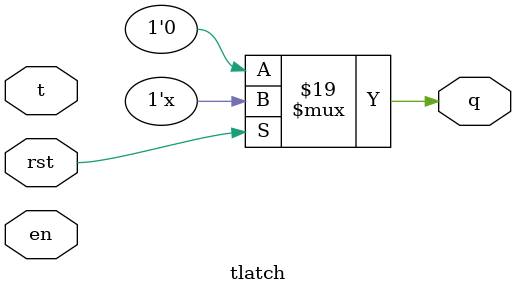
<source format=v>

module tlatch(
input en, t, rst, // en == clock
output reg q);

	always @(en or t or rst)
	begin
		if(!rst)
		   q <= 0;
		else if(en) begin
		   case(t) 
			1'b0 : q = q;   // no change
			1'b1 : q = ~q;  // toggle
		   endcase
		end
	end

endmodule 
</source>
